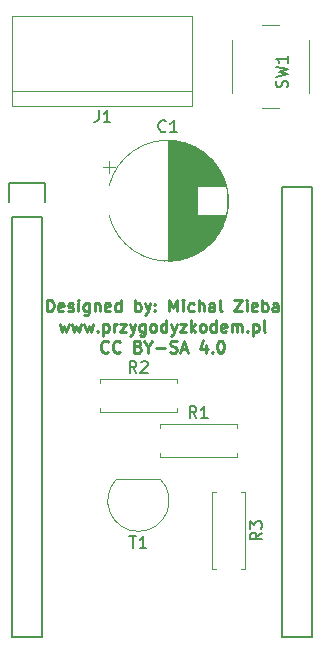
<source format=gbr>
G04 #@! TF.GenerationSoftware,KiCad,Pcbnew,(5.1.4-0-10_14)*
G04 #@! TF.CreationDate,2020-02-21T17:32:28+01:00*
G04 #@! TF.ProjectId,mood_lamp,6d6f6f64-5f6c-4616-9d70-2e6b69636164,rev?*
G04 #@! TF.SameCoordinates,PX2436c08PY18772f0*
G04 #@! TF.FileFunction,Legend,Top*
G04 #@! TF.FilePolarity,Positive*
%FSLAX46Y46*%
G04 Gerber Fmt 4.6, Leading zero omitted, Abs format (unit mm)*
G04 Created by KiCad (PCBNEW (5.1.4-0-10_14)) date 2020-02-21 17:32:28*
%MOMM*%
%LPD*%
G04 APERTURE LIST*
%ADD10C,0.250000*%
%ADD11C,0.150000*%
%ADD12C,0.120000*%
%ADD13O,2.134000X1.829200*%
%ADD14C,3.302000*%
%ADD15R,2.102000X2.102000*%
%ADD16C,2.102000*%
%ADD17R,3.102000X3.102000*%
%ADD18C,3.102000*%
%ADD19C,1.702000*%
%ADD20O,1.702000X1.702000*%
%ADD21O,1.152000X1.602000*%
%ADD22R,1.152000X1.602000*%
G04 APERTURE END LIST*
D10*
X3803285Y-25626380D02*
X3803285Y-24626380D01*
X4041380Y-24626380D01*
X4184238Y-24674000D01*
X4279476Y-24769238D01*
X4327095Y-24864476D01*
X4374714Y-25054952D01*
X4374714Y-25197809D01*
X4327095Y-25388285D01*
X4279476Y-25483523D01*
X4184238Y-25578761D01*
X4041380Y-25626380D01*
X3803285Y-25626380D01*
X5184238Y-25578761D02*
X5089000Y-25626380D01*
X4898523Y-25626380D01*
X4803285Y-25578761D01*
X4755666Y-25483523D01*
X4755666Y-25102571D01*
X4803285Y-25007333D01*
X4898523Y-24959714D01*
X5089000Y-24959714D01*
X5184238Y-25007333D01*
X5231857Y-25102571D01*
X5231857Y-25197809D01*
X4755666Y-25293047D01*
X5612809Y-25578761D02*
X5708047Y-25626380D01*
X5898523Y-25626380D01*
X5993761Y-25578761D01*
X6041380Y-25483523D01*
X6041380Y-25435904D01*
X5993761Y-25340666D01*
X5898523Y-25293047D01*
X5755666Y-25293047D01*
X5660428Y-25245428D01*
X5612809Y-25150190D01*
X5612809Y-25102571D01*
X5660428Y-25007333D01*
X5755666Y-24959714D01*
X5898523Y-24959714D01*
X5993761Y-25007333D01*
X6469952Y-25626380D02*
X6469952Y-24959714D01*
X6469952Y-24626380D02*
X6422333Y-24674000D01*
X6469952Y-24721619D01*
X6517571Y-24674000D01*
X6469952Y-24626380D01*
X6469952Y-24721619D01*
X7374714Y-24959714D02*
X7374714Y-25769238D01*
X7327095Y-25864476D01*
X7279476Y-25912095D01*
X7184238Y-25959714D01*
X7041380Y-25959714D01*
X6946142Y-25912095D01*
X7374714Y-25578761D02*
X7279476Y-25626380D01*
X7089000Y-25626380D01*
X6993761Y-25578761D01*
X6946142Y-25531142D01*
X6898523Y-25435904D01*
X6898523Y-25150190D01*
X6946142Y-25054952D01*
X6993761Y-25007333D01*
X7089000Y-24959714D01*
X7279476Y-24959714D01*
X7374714Y-25007333D01*
X7850904Y-24959714D02*
X7850904Y-25626380D01*
X7850904Y-25054952D02*
X7898523Y-25007333D01*
X7993761Y-24959714D01*
X8136619Y-24959714D01*
X8231857Y-25007333D01*
X8279476Y-25102571D01*
X8279476Y-25626380D01*
X9136619Y-25578761D02*
X9041380Y-25626380D01*
X8850904Y-25626380D01*
X8755666Y-25578761D01*
X8708047Y-25483523D01*
X8708047Y-25102571D01*
X8755666Y-25007333D01*
X8850904Y-24959714D01*
X9041380Y-24959714D01*
X9136619Y-25007333D01*
X9184238Y-25102571D01*
X9184238Y-25197809D01*
X8708047Y-25293047D01*
X10041380Y-25626380D02*
X10041380Y-24626380D01*
X10041380Y-25578761D02*
X9946142Y-25626380D01*
X9755666Y-25626380D01*
X9660428Y-25578761D01*
X9612809Y-25531142D01*
X9565190Y-25435904D01*
X9565190Y-25150190D01*
X9612809Y-25054952D01*
X9660428Y-25007333D01*
X9755666Y-24959714D01*
X9946142Y-24959714D01*
X10041380Y-25007333D01*
X11279476Y-25626380D02*
X11279476Y-24626380D01*
X11279476Y-25007333D02*
X11374714Y-24959714D01*
X11565190Y-24959714D01*
X11660428Y-25007333D01*
X11708047Y-25054952D01*
X11755666Y-25150190D01*
X11755666Y-25435904D01*
X11708047Y-25531142D01*
X11660428Y-25578761D01*
X11565190Y-25626380D01*
X11374714Y-25626380D01*
X11279476Y-25578761D01*
X12089000Y-24959714D02*
X12327095Y-25626380D01*
X12565190Y-24959714D02*
X12327095Y-25626380D01*
X12231857Y-25864476D01*
X12184238Y-25912095D01*
X12089000Y-25959714D01*
X12946142Y-25531142D02*
X12993761Y-25578761D01*
X12946142Y-25626380D01*
X12898523Y-25578761D01*
X12946142Y-25531142D01*
X12946142Y-25626380D01*
X12946142Y-25007333D02*
X12993761Y-25054952D01*
X12946142Y-25102571D01*
X12898523Y-25054952D01*
X12946142Y-25007333D01*
X12946142Y-25102571D01*
X14184238Y-25626380D02*
X14184238Y-24626380D01*
X14517571Y-25340666D01*
X14850904Y-24626380D01*
X14850904Y-25626380D01*
X15327095Y-25626380D02*
X15327095Y-24959714D01*
X15327095Y-24626380D02*
X15279476Y-24674000D01*
X15327095Y-24721619D01*
X15374714Y-24674000D01*
X15327095Y-24626380D01*
X15327095Y-24721619D01*
X16231857Y-25578761D02*
X16136619Y-25626380D01*
X15946142Y-25626380D01*
X15850904Y-25578761D01*
X15803285Y-25531142D01*
X15755666Y-25435904D01*
X15755666Y-25150190D01*
X15803285Y-25054952D01*
X15850904Y-25007333D01*
X15946142Y-24959714D01*
X16136619Y-24959714D01*
X16231857Y-25007333D01*
X16660428Y-25626380D02*
X16660428Y-24626380D01*
X17089000Y-25626380D02*
X17089000Y-25102571D01*
X17041380Y-25007333D01*
X16946142Y-24959714D01*
X16803285Y-24959714D01*
X16708047Y-25007333D01*
X16660428Y-25054952D01*
X17993761Y-25626380D02*
X17993761Y-25102571D01*
X17946142Y-25007333D01*
X17850904Y-24959714D01*
X17660428Y-24959714D01*
X17565190Y-25007333D01*
X17993761Y-25578761D02*
X17898523Y-25626380D01*
X17660428Y-25626380D01*
X17565190Y-25578761D01*
X17517571Y-25483523D01*
X17517571Y-25388285D01*
X17565190Y-25293047D01*
X17660428Y-25245428D01*
X17898523Y-25245428D01*
X17993761Y-25197809D01*
X18612809Y-25626380D02*
X18517571Y-25578761D01*
X18469952Y-25483523D01*
X18469952Y-24626380D01*
X19660428Y-24626380D02*
X20327095Y-24626380D01*
X19660428Y-25626380D01*
X20327095Y-25626380D01*
X20708047Y-25626380D02*
X20708047Y-24959714D01*
X20708047Y-24626380D02*
X20660428Y-24674000D01*
X20708047Y-24721619D01*
X20755666Y-24674000D01*
X20708047Y-24626380D01*
X20708047Y-24721619D01*
X21565190Y-25578761D02*
X21469952Y-25626380D01*
X21279476Y-25626380D01*
X21184238Y-25578761D01*
X21136619Y-25483523D01*
X21136619Y-25102571D01*
X21184238Y-25007333D01*
X21279476Y-24959714D01*
X21469952Y-24959714D01*
X21565190Y-25007333D01*
X21612809Y-25102571D01*
X21612809Y-25197809D01*
X21136619Y-25293047D01*
X22041380Y-25626380D02*
X22041380Y-24626380D01*
X22041380Y-25007333D02*
X22136619Y-24959714D01*
X22327095Y-24959714D01*
X22422333Y-25007333D01*
X22469952Y-25054952D01*
X22517571Y-25150190D01*
X22517571Y-25435904D01*
X22469952Y-25531142D01*
X22422333Y-25578761D01*
X22327095Y-25626380D01*
X22136619Y-25626380D01*
X22041380Y-25578761D01*
X23374714Y-25626380D02*
X23374714Y-25102571D01*
X23327095Y-25007333D01*
X23231857Y-24959714D01*
X23041380Y-24959714D01*
X22946142Y-25007333D01*
X23374714Y-25578761D02*
X23279476Y-25626380D01*
X23041380Y-25626380D01*
X22946142Y-25578761D01*
X22898523Y-25483523D01*
X22898523Y-25388285D01*
X22946142Y-25293047D01*
X23041380Y-25245428D01*
X23279476Y-25245428D01*
X23374714Y-25197809D01*
X4874714Y-26709714D02*
X5065190Y-27376380D01*
X5255666Y-26900190D01*
X5446142Y-27376380D01*
X5636619Y-26709714D01*
X5922333Y-26709714D02*
X6112809Y-27376380D01*
X6303285Y-26900190D01*
X6493761Y-27376380D01*
X6684238Y-26709714D01*
X6969952Y-26709714D02*
X7160428Y-27376380D01*
X7350904Y-26900190D01*
X7541380Y-27376380D01*
X7731857Y-26709714D01*
X8112809Y-27281142D02*
X8160428Y-27328761D01*
X8112809Y-27376380D01*
X8065190Y-27328761D01*
X8112809Y-27281142D01*
X8112809Y-27376380D01*
X8589000Y-26709714D02*
X8589000Y-27709714D01*
X8589000Y-26757333D02*
X8684238Y-26709714D01*
X8874714Y-26709714D01*
X8969952Y-26757333D01*
X9017571Y-26804952D01*
X9065190Y-26900190D01*
X9065190Y-27185904D01*
X9017571Y-27281142D01*
X8969952Y-27328761D01*
X8874714Y-27376380D01*
X8684238Y-27376380D01*
X8589000Y-27328761D01*
X9493761Y-27376380D02*
X9493761Y-26709714D01*
X9493761Y-26900190D02*
X9541380Y-26804952D01*
X9589000Y-26757333D01*
X9684238Y-26709714D01*
X9779476Y-26709714D01*
X10017571Y-26709714D02*
X10541380Y-26709714D01*
X10017571Y-27376380D01*
X10541380Y-27376380D01*
X10827095Y-26709714D02*
X11065190Y-27376380D01*
X11303285Y-26709714D02*
X11065190Y-27376380D01*
X10969952Y-27614476D01*
X10922333Y-27662095D01*
X10827095Y-27709714D01*
X12112809Y-26709714D02*
X12112809Y-27519238D01*
X12065190Y-27614476D01*
X12017571Y-27662095D01*
X11922333Y-27709714D01*
X11779476Y-27709714D01*
X11684238Y-27662095D01*
X12112809Y-27328761D02*
X12017571Y-27376380D01*
X11827095Y-27376380D01*
X11731857Y-27328761D01*
X11684238Y-27281142D01*
X11636619Y-27185904D01*
X11636619Y-26900190D01*
X11684238Y-26804952D01*
X11731857Y-26757333D01*
X11827095Y-26709714D01*
X12017571Y-26709714D01*
X12112809Y-26757333D01*
X12731857Y-27376380D02*
X12636619Y-27328761D01*
X12589000Y-27281142D01*
X12541380Y-27185904D01*
X12541380Y-26900190D01*
X12589000Y-26804952D01*
X12636619Y-26757333D01*
X12731857Y-26709714D01*
X12874714Y-26709714D01*
X12969952Y-26757333D01*
X13017571Y-26804952D01*
X13065190Y-26900190D01*
X13065190Y-27185904D01*
X13017571Y-27281142D01*
X12969952Y-27328761D01*
X12874714Y-27376380D01*
X12731857Y-27376380D01*
X13922333Y-27376380D02*
X13922333Y-26376380D01*
X13922333Y-27328761D02*
X13827095Y-27376380D01*
X13636619Y-27376380D01*
X13541380Y-27328761D01*
X13493761Y-27281142D01*
X13446142Y-27185904D01*
X13446142Y-26900190D01*
X13493761Y-26804952D01*
X13541380Y-26757333D01*
X13636619Y-26709714D01*
X13827095Y-26709714D01*
X13922333Y-26757333D01*
X14303285Y-26709714D02*
X14541380Y-27376380D01*
X14779476Y-26709714D02*
X14541380Y-27376380D01*
X14446142Y-27614476D01*
X14398523Y-27662095D01*
X14303285Y-27709714D01*
X15065190Y-26709714D02*
X15589000Y-26709714D01*
X15065190Y-27376380D01*
X15589000Y-27376380D01*
X15969952Y-27376380D02*
X15969952Y-26376380D01*
X16065190Y-26995428D02*
X16350904Y-27376380D01*
X16350904Y-26709714D02*
X15969952Y-27090666D01*
X16922333Y-27376380D02*
X16827095Y-27328761D01*
X16779476Y-27281142D01*
X16731857Y-27185904D01*
X16731857Y-26900190D01*
X16779476Y-26804952D01*
X16827095Y-26757333D01*
X16922333Y-26709714D01*
X17065190Y-26709714D01*
X17160428Y-26757333D01*
X17208047Y-26804952D01*
X17255666Y-26900190D01*
X17255666Y-27185904D01*
X17208047Y-27281142D01*
X17160428Y-27328761D01*
X17065190Y-27376380D01*
X16922333Y-27376380D01*
X18112809Y-27376380D02*
X18112809Y-26376380D01*
X18112809Y-27328761D02*
X18017571Y-27376380D01*
X17827095Y-27376380D01*
X17731857Y-27328761D01*
X17684238Y-27281142D01*
X17636619Y-27185904D01*
X17636619Y-26900190D01*
X17684238Y-26804952D01*
X17731857Y-26757333D01*
X17827095Y-26709714D01*
X18017571Y-26709714D01*
X18112809Y-26757333D01*
X18969952Y-27328761D02*
X18874714Y-27376380D01*
X18684238Y-27376380D01*
X18589000Y-27328761D01*
X18541380Y-27233523D01*
X18541380Y-26852571D01*
X18589000Y-26757333D01*
X18684238Y-26709714D01*
X18874714Y-26709714D01*
X18969952Y-26757333D01*
X19017571Y-26852571D01*
X19017571Y-26947809D01*
X18541380Y-27043047D01*
X19446142Y-27376380D02*
X19446142Y-26709714D01*
X19446142Y-26804952D02*
X19493761Y-26757333D01*
X19589000Y-26709714D01*
X19731857Y-26709714D01*
X19827095Y-26757333D01*
X19874714Y-26852571D01*
X19874714Y-27376380D01*
X19874714Y-26852571D02*
X19922333Y-26757333D01*
X20017571Y-26709714D01*
X20160428Y-26709714D01*
X20255666Y-26757333D01*
X20303285Y-26852571D01*
X20303285Y-27376380D01*
X20779476Y-27281142D02*
X20827095Y-27328761D01*
X20779476Y-27376380D01*
X20731857Y-27328761D01*
X20779476Y-27281142D01*
X20779476Y-27376380D01*
X21255666Y-26709714D02*
X21255666Y-27709714D01*
X21255666Y-26757333D02*
X21350904Y-26709714D01*
X21541380Y-26709714D01*
X21636619Y-26757333D01*
X21684238Y-26804952D01*
X21731857Y-26900190D01*
X21731857Y-27185904D01*
X21684238Y-27281142D01*
X21636619Y-27328761D01*
X21541380Y-27376380D01*
X21350904Y-27376380D01*
X21255666Y-27328761D01*
X22303285Y-27376380D02*
X22208047Y-27328761D01*
X22160428Y-27233523D01*
X22160428Y-26376380D01*
X8993761Y-29031142D02*
X8946142Y-29078761D01*
X8803285Y-29126380D01*
X8708047Y-29126380D01*
X8565190Y-29078761D01*
X8469952Y-28983523D01*
X8422333Y-28888285D01*
X8374714Y-28697809D01*
X8374714Y-28554952D01*
X8422333Y-28364476D01*
X8469952Y-28269238D01*
X8565190Y-28174000D01*
X8708047Y-28126380D01*
X8803285Y-28126380D01*
X8946142Y-28174000D01*
X8993761Y-28221619D01*
X9993761Y-29031142D02*
X9946142Y-29078761D01*
X9803285Y-29126380D01*
X9708047Y-29126380D01*
X9565190Y-29078761D01*
X9469952Y-28983523D01*
X9422333Y-28888285D01*
X9374714Y-28697809D01*
X9374714Y-28554952D01*
X9422333Y-28364476D01*
X9469952Y-28269238D01*
X9565190Y-28174000D01*
X9708047Y-28126380D01*
X9803285Y-28126380D01*
X9946142Y-28174000D01*
X9993761Y-28221619D01*
X11517571Y-28602571D02*
X11660428Y-28650190D01*
X11708047Y-28697809D01*
X11755666Y-28793047D01*
X11755666Y-28935904D01*
X11708047Y-29031142D01*
X11660428Y-29078761D01*
X11565190Y-29126380D01*
X11184238Y-29126380D01*
X11184238Y-28126380D01*
X11517571Y-28126380D01*
X11612809Y-28174000D01*
X11660428Y-28221619D01*
X11708047Y-28316857D01*
X11708047Y-28412095D01*
X11660428Y-28507333D01*
X11612809Y-28554952D01*
X11517571Y-28602571D01*
X11184238Y-28602571D01*
X12374714Y-28650190D02*
X12374714Y-29126380D01*
X12041380Y-28126380D02*
X12374714Y-28650190D01*
X12708047Y-28126380D01*
X13041380Y-28745428D02*
X13803285Y-28745428D01*
X14231857Y-29078761D02*
X14374714Y-29126380D01*
X14612809Y-29126380D01*
X14708047Y-29078761D01*
X14755666Y-29031142D01*
X14803285Y-28935904D01*
X14803285Y-28840666D01*
X14755666Y-28745428D01*
X14708047Y-28697809D01*
X14612809Y-28650190D01*
X14422333Y-28602571D01*
X14327095Y-28554952D01*
X14279476Y-28507333D01*
X14231857Y-28412095D01*
X14231857Y-28316857D01*
X14279476Y-28221619D01*
X14327095Y-28174000D01*
X14422333Y-28126380D01*
X14660428Y-28126380D01*
X14803285Y-28174000D01*
X15184238Y-28840666D02*
X15660428Y-28840666D01*
X15089000Y-29126380D02*
X15422333Y-28126380D01*
X15755666Y-29126380D01*
X17279476Y-28459714D02*
X17279476Y-29126380D01*
X17041380Y-28078761D02*
X16803285Y-28793047D01*
X17422333Y-28793047D01*
X17803285Y-29031142D02*
X17850904Y-29078761D01*
X17803285Y-29126380D01*
X17755666Y-29078761D01*
X17803285Y-29031142D01*
X17803285Y-29126380D01*
X18469952Y-28126380D02*
X18565190Y-28126380D01*
X18660428Y-28174000D01*
X18708047Y-28221619D01*
X18755666Y-28316857D01*
X18803285Y-28507333D01*
X18803285Y-28745428D01*
X18755666Y-28935904D01*
X18708047Y-29031142D01*
X18660428Y-29078761D01*
X18565190Y-29126380D01*
X18469952Y-29126380D01*
X18374714Y-29078761D01*
X18327095Y-29031142D01*
X18279476Y-28935904D01*
X18231857Y-28745428D01*
X18231857Y-28507333D01*
X18279476Y-28316857D01*
X18327095Y-28221619D01*
X18374714Y-28174000D01*
X18469952Y-28126380D01*
D11*
X837001Y-17601001D02*
X837001Y-53161001D01*
X837001Y-53161001D02*
X3377001Y-53161001D01*
X3377001Y-53161001D02*
X3377001Y-17601001D01*
X3657001Y-14781001D02*
X3657001Y-16331001D01*
X3377001Y-17601001D02*
X837001Y-17601001D01*
X557001Y-16331001D02*
X557001Y-14781001D01*
X557001Y-14781001D02*
X3657001Y-14781001D01*
X23697001Y-53161001D02*
X26237001Y-53161001D01*
X23697001Y-15061001D02*
X23697001Y-53161001D01*
X26237001Y-15061001D02*
X23697001Y-15061001D01*
X26237001Y-53161001D02*
X26237001Y-15061001D01*
D12*
X9074460Y-17516000D02*
G75*
G03X9074460Y-14996000I4962540J1260000D01*
G01*
X14037000Y-11176000D02*
X14037000Y-21336000D01*
X14077000Y-11176000D02*
X14077000Y-21336000D01*
X14117000Y-11176000D02*
X14117000Y-21336000D01*
X14157000Y-11177000D02*
X14157000Y-21335000D01*
X14197000Y-11178000D02*
X14197000Y-21334000D01*
X14237000Y-11179000D02*
X14237000Y-21333000D01*
X14277000Y-11181000D02*
X14277000Y-21331000D01*
X14317000Y-11183000D02*
X14317000Y-21329000D01*
X14357000Y-11186000D02*
X14357000Y-21326000D01*
X14397000Y-11188000D02*
X14397000Y-21324000D01*
X14437000Y-11191000D02*
X14437000Y-21321000D01*
X14477000Y-11194000D02*
X14477000Y-21318000D01*
X14517000Y-11198000D02*
X14517000Y-21314000D01*
X14557000Y-11202000D02*
X14557000Y-21310000D01*
X14597000Y-11206000D02*
X14597000Y-21306000D01*
X14637000Y-11211000D02*
X14637000Y-21301000D01*
X14677000Y-11216000D02*
X14677000Y-21296000D01*
X14717000Y-11221000D02*
X14717000Y-21291000D01*
X14758000Y-11226000D02*
X14758000Y-21286000D01*
X14798000Y-11232000D02*
X14798000Y-21280000D01*
X14838000Y-11238000D02*
X14838000Y-21274000D01*
X14878000Y-11245000D02*
X14878000Y-21267000D01*
X14918000Y-11252000D02*
X14918000Y-21260000D01*
X14958000Y-11259000D02*
X14958000Y-21253000D01*
X14998000Y-11266000D02*
X14998000Y-21246000D01*
X15038000Y-11274000D02*
X15038000Y-21238000D01*
X15078000Y-11282000D02*
X15078000Y-21230000D01*
X15118000Y-11291000D02*
X15118000Y-21221000D01*
X15158000Y-11300000D02*
X15158000Y-21212000D01*
X15198000Y-11309000D02*
X15198000Y-21203000D01*
X15238000Y-11318000D02*
X15238000Y-21194000D01*
X15278000Y-11328000D02*
X15278000Y-21184000D01*
X15318000Y-11338000D02*
X15318000Y-21174000D01*
X15358000Y-11349000D02*
X15358000Y-21163000D01*
X15398000Y-11359000D02*
X15398000Y-21153000D01*
X15438000Y-11371000D02*
X15438000Y-21141000D01*
X15478000Y-11382000D02*
X15478000Y-21130000D01*
X15518000Y-11394000D02*
X15518000Y-21118000D01*
X15558000Y-11406000D02*
X15558000Y-21106000D01*
X15598000Y-11419000D02*
X15598000Y-21093000D01*
X15638000Y-11432000D02*
X15638000Y-21080000D01*
X15678000Y-11445000D02*
X15678000Y-21067000D01*
X15718000Y-11459000D02*
X15718000Y-21053000D01*
X15758000Y-11473000D02*
X15758000Y-21039000D01*
X15798000Y-11488000D02*
X15798000Y-21024000D01*
X15838000Y-11502000D02*
X15838000Y-21010000D01*
X15878000Y-11518000D02*
X15878000Y-20994000D01*
X15918000Y-11533000D02*
X15918000Y-20979000D01*
X15958000Y-11549000D02*
X15958000Y-20963000D01*
X15998000Y-11566000D02*
X15998000Y-20946000D01*
X16038000Y-11582000D02*
X16038000Y-20930000D01*
X16078000Y-11599000D02*
X16078000Y-20913000D01*
X16118000Y-11617000D02*
X16118000Y-20895000D01*
X16158000Y-11635000D02*
X16158000Y-20877000D01*
X16198000Y-11653000D02*
X16198000Y-20859000D01*
X16238000Y-11672000D02*
X16238000Y-20840000D01*
X16278000Y-11692000D02*
X16278000Y-20820000D01*
X16318000Y-11711000D02*
X16318000Y-20801000D01*
X16358000Y-11731000D02*
X16358000Y-20781000D01*
X16398000Y-11752000D02*
X16398000Y-20760000D01*
X16438000Y-11773000D02*
X16438000Y-20739000D01*
X16478000Y-11794000D02*
X16478000Y-20718000D01*
X16518000Y-11816000D02*
X16518000Y-20696000D01*
X16558000Y-11839000D02*
X16558000Y-15015000D01*
X16558000Y-17497000D02*
X16558000Y-20673000D01*
X16598000Y-11861000D02*
X16598000Y-15015000D01*
X16598000Y-17497000D02*
X16598000Y-20651000D01*
X16638000Y-11885000D02*
X16638000Y-15015000D01*
X16638000Y-17497000D02*
X16638000Y-20627000D01*
X16678000Y-11909000D02*
X16678000Y-15015000D01*
X16678000Y-17497000D02*
X16678000Y-20603000D01*
X16718000Y-11933000D02*
X16718000Y-15015000D01*
X16718000Y-17497000D02*
X16718000Y-20579000D01*
X16758000Y-11958000D02*
X16758000Y-15015000D01*
X16758000Y-17497000D02*
X16758000Y-20554000D01*
X16798000Y-11983000D02*
X16798000Y-15015000D01*
X16798000Y-17497000D02*
X16798000Y-20529000D01*
X16838000Y-12009000D02*
X16838000Y-15015000D01*
X16838000Y-17497000D02*
X16838000Y-20503000D01*
X16878000Y-12035000D02*
X16878000Y-15015000D01*
X16878000Y-17497000D02*
X16878000Y-20477000D01*
X16918000Y-12062000D02*
X16918000Y-15015000D01*
X16918000Y-17497000D02*
X16918000Y-20450000D01*
X16958000Y-12090000D02*
X16958000Y-15015000D01*
X16958000Y-17497000D02*
X16958000Y-20422000D01*
X16998000Y-12118000D02*
X16998000Y-15015000D01*
X16998000Y-17497000D02*
X16998000Y-20394000D01*
X17038000Y-12146000D02*
X17038000Y-15015000D01*
X17038000Y-17497000D02*
X17038000Y-20366000D01*
X17078000Y-12176000D02*
X17078000Y-15015000D01*
X17078000Y-17497000D02*
X17078000Y-20336000D01*
X17118000Y-12206000D02*
X17118000Y-15015000D01*
X17118000Y-17497000D02*
X17118000Y-20306000D01*
X17158000Y-12236000D02*
X17158000Y-15015000D01*
X17158000Y-17497000D02*
X17158000Y-20276000D01*
X17198000Y-12267000D02*
X17198000Y-15015000D01*
X17198000Y-17497000D02*
X17198000Y-20245000D01*
X17238000Y-12299000D02*
X17238000Y-15015000D01*
X17238000Y-17497000D02*
X17238000Y-20213000D01*
X17278000Y-12331000D02*
X17278000Y-15015000D01*
X17278000Y-17497000D02*
X17278000Y-20181000D01*
X17318000Y-12364000D02*
X17318000Y-15015000D01*
X17318000Y-17497000D02*
X17318000Y-20148000D01*
X17358000Y-12398000D02*
X17358000Y-15015000D01*
X17358000Y-17497000D02*
X17358000Y-20114000D01*
X17398000Y-12432000D02*
X17398000Y-15015000D01*
X17398000Y-17497000D02*
X17398000Y-20080000D01*
X17438000Y-12467000D02*
X17438000Y-15015000D01*
X17438000Y-17497000D02*
X17438000Y-20045000D01*
X17478000Y-12503000D02*
X17478000Y-15015000D01*
X17478000Y-17497000D02*
X17478000Y-20009000D01*
X17518000Y-12540000D02*
X17518000Y-15015000D01*
X17518000Y-17497000D02*
X17518000Y-19972000D01*
X17558000Y-12577000D02*
X17558000Y-15015000D01*
X17558000Y-17497000D02*
X17558000Y-19935000D01*
X17598000Y-12616000D02*
X17598000Y-15015000D01*
X17598000Y-17497000D02*
X17598000Y-19896000D01*
X17638000Y-12655000D02*
X17638000Y-15015000D01*
X17638000Y-17497000D02*
X17638000Y-19857000D01*
X17678000Y-12695000D02*
X17678000Y-15015000D01*
X17678000Y-17497000D02*
X17678000Y-19817000D01*
X17718000Y-12736000D02*
X17718000Y-15015000D01*
X17718000Y-17497000D02*
X17718000Y-19776000D01*
X17758000Y-12778000D02*
X17758000Y-15015000D01*
X17758000Y-17497000D02*
X17758000Y-19734000D01*
X17798000Y-12820000D02*
X17798000Y-15015000D01*
X17798000Y-17497000D02*
X17798000Y-19692000D01*
X17838000Y-12864000D02*
X17838000Y-15015000D01*
X17838000Y-17497000D02*
X17838000Y-19648000D01*
X17878000Y-12909000D02*
X17878000Y-15015000D01*
X17878000Y-17497000D02*
X17878000Y-19603000D01*
X17918000Y-12955000D02*
X17918000Y-15015000D01*
X17918000Y-17497000D02*
X17918000Y-19557000D01*
X17958000Y-13002000D02*
X17958000Y-15015000D01*
X17958000Y-17497000D02*
X17958000Y-19510000D01*
X17998000Y-13050000D02*
X17998000Y-15015000D01*
X17998000Y-17497000D02*
X17998000Y-19462000D01*
X18038000Y-13100000D02*
X18038000Y-15015000D01*
X18038000Y-17497000D02*
X18038000Y-19412000D01*
X18078000Y-13150000D02*
X18078000Y-15015000D01*
X18078000Y-17497000D02*
X18078000Y-19362000D01*
X18118000Y-13202000D02*
X18118000Y-15015000D01*
X18118000Y-17497000D02*
X18118000Y-19310000D01*
X18158000Y-13256000D02*
X18158000Y-15015000D01*
X18158000Y-17497000D02*
X18158000Y-19256000D01*
X18198000Y-13311000D02*
X18198000Y-15015000D01*
X18198000Y-17497000D02*
X18198000Y-19201000D01*
X18238000Y-13367000D02*
X18238000Y-15015000D01*
X18238000Y-17497000D02*
X18238000Y-19145000D01*
X18278000Y-13426000D02*
X18278000Y-15015000D01*
X18278000Y-17497000D02*
X18278000Y-19086000D01*
X18318000Y-13486000D02*
X18318000Y-15015000D01*
X18318000Y-17497000D02*
X18318000Y-19026000D01*
X18358000Y-13547000D02*
X18358000Y-15015000D01*
X18358000Y-17497000D02*
X18358000Y-18965000D01*
X18398000Y-13611000D02*
X18398000Y-15015000D01*
X18398000Y-17497000D02*
X18398000Y-18901000D01*
X18438000Y-13677000D02*
X18438000Y-15015000D01*
X18438000Y-17497000D02*
X18438000Y-18835000D01*
X18478000Y-13746000D02*
X18478000Y-15015000D01*
X18478000Y-17497000D02*
X18478000Y-18766000D01*
X18518000Y-13817000D02*
X18518000Y-15015000D01*
X18518000Y-17497000D02*
X18518000Y-18695000D01*
X18558000Y-13891000D02*
X18558000Y-15015000D01*
X18558000Y-17497000D02*
X18558000Y-18621000D01*
X18598000Y-13967000D02*
X18598000Y-15015000D01*
X18598000Y-17497000D02*
X18598000Y-18545000D01*
X18638000Y-14047000D02*
X18638000Y-15015000D01*
X18638000Y-17497000D02*
X18638000Y-18465000D01*
X18678000Y-14131000D02*
X18678000Y-15015000D01*
X18678000Y-17497000D02*
X18678000Y-18381000D01*
X18718000Y-14219000D02*
X18718000Y-15015000D01*
X18718000Y-17497000D02*
X18718000Y-18293000D01*
X18758000Y-14312000D02*
X18758000Y-15015000D01*
X18758000Y-17497000D02*
X18758000Y-18200000D01*
X18798000Y-14410000D02*
X18798000Y-15015000D01*
X18798000Y-17497000D02*
X18798000Y-18102000D01*
X18838000Y-14514000D02*
X18838000Y-15015000D01*
X18838000Y-17497000D02*
X18838000Y-17998000D01*
X18878000Y-14626000D02*
X18878000Y-15015000D01*
X18878000Y-17497000D02*
X18878000Y-17886000D01*
X18918000Y-14746000D02*
X18918000Y-15015000D01*
X18918000Y-17497000D02*
X18918000Y-17766000D01*
X18958000Y-14878000D02*
X18958000Y-15015000D01*
X18958000Y-17497000D02*
X18958000Y-17634000D01*
X19038000Y-15194000D02*
X19038000Y-17318000D01*
X19078000Y-15394000D02*
X19078000Y-17118000D01*
X19118000Y-15657000D02*
X19118000Y-16855000D01*
X8557354Y-13381000D02*
X9557354Y-13381000D01*
X9057354Y-12881000D02*
X9057354Y-13881000D01*
X815922Y-8210701D02*
X815922Y-590701D01*
X16055922Y-8210701D02*
X16055922Y-590701D01*
X815922Y-6940701D02*
X16055922Y-6940701D01*
X815922Y-590701D02*
X16055922Y-590701D01*
X815922Y-8210701D02*
X16055922Y-8210701D01*
X13367000Y-35536000D02*
X13367000Y-35206000D01*
X13367000Y-35206000D02*
X19907000Y-35206000D01*
X19907000Y-35206000D02*
X19907000Y-35536000D01*
X13367000Y-37616000D02*
X13367000Y-37946000D01*
X13367000Y-37946000D02*
X19907000Y-37946000D01*
X19907000Y-37946000D02*
X19907000Y-37616000D01*
X14827000Y-34136000D02*
X14827000Y-33806000D01*
X8287000Y-34136000D02*
X14827000Y-34136000D01*
X8287000Y-33806000D02*
X8287000Y-34136000D01*
X14827000Y-31396000D02*
X14827000Y-31726000D01*
X8287000Y-31396000D02*
X14827000Y-31396000D01*
X8287000Y-31726000D02*
X8287000Y-31396000D01*
X20217000Y-40926000D02*
X20547000Y-40926000D01*
X20547000Y-40926000D02*
X20547000Y-47466000D01*
X20547000Y-47466000D02*
X20217000Y-47466000D01*
X18137000Y-40926000D02*
X17807000Y-40926000D01*
X17807000Y-40926000D02*
X17807000Y-47466000D01*
X17807000Y-47466000D02*
X18137000Y-47466000D01*
X19477876Y-2668685D02*
X19477876Y-7168685D01*
X23477876Y-1418685D02*
X21977876Y-1418685D01*
X25977876Y-7168685D02*
X25977876Y-2668685D01*
X21977876Y-8418685D02*
X23477876Y-8418685D01*
X13357000Y-39806000D02*
X9757000Y-39806000D01*
X13395478Y-39817522D02*
G75*
G02X11557000Y-44256000I-1838478J-1838478D01*
G01*
X9718522Y-39817522D02*
G75*
G03X11557000Y-44256000I1838478J-1838478D01*
G01*
D11*
X13870333Y-10363142D02*
X13822714Y-10410761D01*
X13679857Y-10458380D01*
X13584619Y-10458380D01*
X13441761Y-10410761D01*
X13346523Y-10315523D01*
X13298904Y-10220285D01*
X13251285Y-10029809D01*
X13251285Y-9886952D01*
X13298904Y-9696476D01*
X13346523Y-9601238D01*
X13441761Y-9506000D01*
X13584619Y-9458380D01*
X13679857Y-9458380D01*
X13822714Y-9506000D01*
X13870333Y-9553619D01*
X14822714Y-10458380D02*
X14251285Y-10458380D01*
X14537000Y-10458380D02*
X14537000Y-9458380D01*
X14441761Y-9601238D01*
X14346523Y-9696476D01*
X14251285Y-9744095D01*
X8175666Y-8596380D02*
X8175666Y-9310666D01*
X8128047Y-9453523D01*
X8032809Y-9548761D01*
X7889952Y-9596380D01*
X7794714Y-9596380D01*
X9175666Y-9596380D02*
X8604238Y-9596380D01*
X8889952Y-9596380D02*
X8889952Y-8596380D01*
X8794714Y-8739238D01*
X8699476Y-8834476D01*
X8604238Y-8882095D01*
X16470333Y-34658380D02*
X16137000Y-34182190D01*
X15898904Y-34658380D02*
X15898904Y-33658380D01*
X16279857Y-33658380D01*
X16375095Y-33706000D01*
X16422714Y-33753619D01*
X16470333Y-33848857D01*
X16470333Y-33991714D01*
X16422714Y-34086952D01*
X16375095Y-34134571D01*
X16279857Y-34182190D01*
X15898904Y-34182190D01*
X17422714Y-34658380D02*
X16851285Y-34658380D01*
X17137000Y-34658380D02*
X17137000Y-33658380D01*
X17041761Y-33801238D01*
X16946523Y-33896476D01*
X16851285Y-33944095D01*
X11390333Y-30848380D02*
X11057000Y-30372190D01*
X10818904Y-30848380D02*
X10818904Y-29848380D01*
X11199857Y-29848380D01*
X11295095Y-29896000D01*
X11342714Y-29943619D01*
X11390333Y-30038857D01*
X11390333Y-30181714D01*
X11342714Y-30276952D01*
X11295095Y-30324571D01*
X11199857Y-30372190D01*
X10818904Y-30372190D01*
X11771285Y-29943619D02*
X11818904Y-29896000D01*
X11914142Y-29848380D01*
X12152238Y-29848380D01*
X12247476Y-29896000D01*
X12295095Y-29943619D01*
X12342714Y-30038857D01*
X12342714Y-30134095D01*
X12295095Y-30276952D01*
X11723666Y-30848380D01*
X12342714Y-30848380D01*
X21999380Y-44362666D02*
X21523190Y-44696000D01*
X21999380Y-44934095D02*
X20999380Y-44934095D01*
X20999380Y-44553142D01*
X21047000Y-44457904D01*
X21094619Y-44410285D01*
X21189857Y-44362666D01*
X21332714Y-44362666D01*
X21427952Y-44410285D01*
X21475571Y-44457904D01*
X21523190Y-44553142D01*
X21523190Y-44934095D01*
X20999380Y-44029333D02*
X20999380Y-43410285D01*
X21380333Y-43743619D01*
X21380333Y-43600761D01*
X21427952Y-43505523D01*
X21475571Y-43457904D01*
X21570809Y-43410285D01*
X21808904Y-43410285D01*
X21904142Y-43457904D01*
X21951761Y-43505523D01*
X21999380Y-43600761D01*
X21999380Y-43886476D01*
X21951761Y-43981714D01*
X21904142Y-44029333D01*
X24153761Y-6667333D02*
X24201380Y-6524476D01*
X24201380Y-6286380D01*
X24153761Y-6191142D01*
X24106142Y-6143523D01*
X24010904Y-6095904D01*
X23915666Y-6095904D01*
X23820428Y-6143523D01*
X23772809Y-6191142D01*
X23725190Y-6286380D01*
X23677571Y-6476857D01*
X23629952Y-6572095D01*
X23582333Y-6619714D01*
X23487095Y-6667333D01*
X23391857Y-6667333D01*
X23296619Y-6619714D01*
X23249000Y-6572095D01*
X23201380Y-6476857D01*
X23201380Y-6238761D01*
X23249000Y-6095904D01*
X23201380Y-5762571D02*
X24201380Y-5524476D01*
X23487095Y-5334000D01*
X24201380Y-5143523D01*
X23201380Y-4905428D01*
X24201380Y-4000666D02*
X24201380Y-4572095D01*
X24201380Y-4286380D02*
X23201380Y-4286380D01*
X23344238Y-4381619D01*
X23439476Y-4476857D01*
X23487095Y-4572095D01*
X10795095Y-44668380D02*
X11366523Y-44668380D01*
X11080809Y-45668380D02*
X11080809Y-44668380D01*
X12223666Y-45668380D02*
X11652238Y-45668380D01*
X11937952Y-45668380D02*
X11937952Y-44668380D01*
X11842714Y-44811238D01*
X11747476Y-44906476D01*
X11652238Y-44954095D01*
%LPC*%
D13*
X2107001Y-16331001D03*
X2107001Y-18871001D03*
X2107001Y-21411001D03*
X2107001Y-23951001D03*
X2107001Y-26491001D03*
X2107001Y-29031001D03*
X2107001Y-31571001D03*
X2107001Y-34111001D03*
X2107001Y-36651001D03*
X2107001Y-39191001D03*
X2107001Y-41731001D03*
X2107001Y-44271001D03*
X2107001Y-46811001D03*
X2107001Y-49351001D03*
X2107001Y-51891001D03*
X24967001Y-16331001D03*
X24967001Y-46811001D03*
X24967001Y-49351001D03*
X24967001Y-44271001D03*
X24967001Y-29031001D03*
X24967001Y-26491001D03*
X24967001Y-31571001D03*
X24967001Y-51891001D03*
X24967001Y-36651001D03*
X24967001Y-34111001D03*
X24967001Y-39191001D03*
X24967001Y-41731001D03*
X24967001Y-21411001D03*
X24967001Y-23951001D03*
X24967001Y-18871001D03*
D14*
X2907001Y-55711001D03*
X24107001Y-55711001D03*
X24107001Y-12081001D03*
X2857001Y-12081001D03*
D15*
X10287000Y-16256000D03*
D16*
X17787000Y-16256000D03*
D17*
X3355922Y-4400701D03*
D18*
X8435922Y-4400701D03*
X13515922Y-4400701D03*
D19*
X12827000Y-36576000D03*
D20*
X20447000Y-36576000D03*
X15367000Y-32766000D03*
D19*
X7747000Y-32766000D03*
X19177000Y-40386000D03*
D20*
X19177000Y-48006000D03*
D16*
X20477876Y-1668685D03*
X24977876Y-1668685D03*
X20477876Y-8168685D03*
X24977876Y-8168685D03*
D21*
X11557000Y-41656000D03*
X10287000Y-41656000D03*
D22*
X12827000Y-41656000D03*
M02*

</source>
